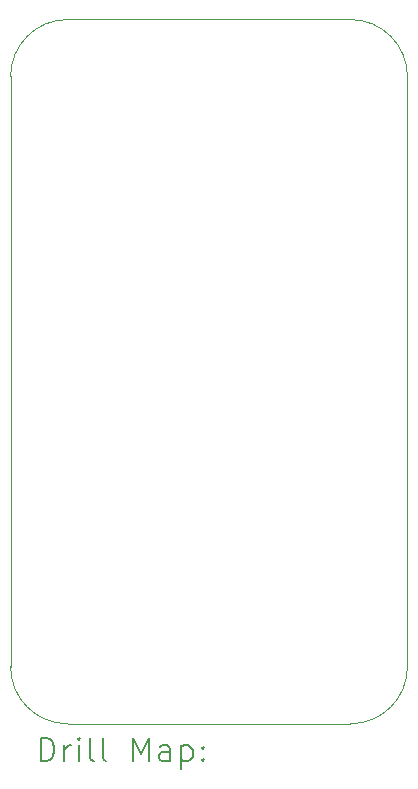
<source format=gbr>
%TF.GenerationSoftware,KiCad,Pcbnew,7.0.5-0*%
%TF.CreationDate,2023-07-31T21:43:23-04:00*%
%TF.ProjectId,carrier-arm14,63617272-6965-4722-9d61-726d31342e6b,rev?*%
%TF.SameCoordinates,Original*%
%TF.FileFunction,Drillmap*%
%TF.FilePolarity,Positive*%
%FSLAX45Y45*%
G04 Gerber Fmt 4.5, Leading zero omitted, Abs format (unit mm)*
G04 Created by KiCad (PCBNEW 7.0.5-0) date 2023-07-31 21:43:23*
%MOMM*%
%LPD*%
G01*
G04 APERTURE LIST*
%ADD10C,0.100000*%
%ADD11C,0.200000*%
G04 APERTURE END LIST*
D10*
X12742734Y-5299735D02*
X15137734Y-5299735D01*
X12260101Y-5782367D02*
X12260101Y-10780000D01*
X12742734Y-5299734D02*
G75*
G03*
X12260101Y-5782367I7J-482640D01*
G01*
X12260097Y-10780000D02*
G75*
G03*
X12742734Y-11262633I482633J0D01*
G01*
X15137734Y-11262636D02*
G75*
G03*
X15620366Y-10780000I-4J482636D01*
G01*
X15620366Y-10780000D02*
X15620366Y-5782367D01*
X12742734Y-11262633D02*
X15137734Y-11262633D01*
X15620365Y-5782367D02*
G75*
G03*
X15137734Y-5299735I-482635J-3D01*
G01*
D11*
X12515878Y-11579116D02*
X12515878Y-11379116D01*
X12515878Y-11379116D02*
X12563497Y-11379116D01*
X12563497Y-11379116D02*
X12592068Y-11388640D01*
X12592068Y-11388640D02*
X12611116Y-11407688D01*
X12611116Y-11407688D02*
X12620640Y-11426735D01*
X12620640Y-11426735D02*
X12630164Y-11464831D01*
X12630164Y-11464831D02*
X12630164Y-11493402D01*
X12630164Y-11493402D02*
X12620640Y-11531497D01*
X12620640Y-11531497D02*
X12611116Y-11550545D01*
X12611116Y-11550545D02*
X12592068Y-11569593D01*
X12592068Y-11569593D02*
X12563497Y-11579116D01*
X12563497Y-11579116D02*
X12515878Y-11579116D01*
X12715878Y-11579116D02*
X12715878Y-11445783D01*
X12715878Y-11483878D02*
X12725402Y-11464831D01*
X12725402Y-11464831D02*
X12734925Y-11455307D01*
X12734925Y-11455307D02*
X12753973Y-11445783D01*
X12753973Y-11445783D02*
X12773021Y-11445783D01*
X12839687Y-11579116D02*
X12839687Y-11445783D01*
X12839687Y-11379116D02*
X12830164Y-11388640D01*
X12830164Y-11388640D02*
X12839687Y-11398164D01*
X12839687Y-11398164D02*
X12849211Y-11388640D01*
X12849211Y-11388640D02*
X12839687Y-11379116D01*
X12839687Y-11379116D02*
X12839687Y-11398164D01*
X12963497Y-11579116D02*
X12944449Y-11569593D01*
X12944449Y-11569593D02*
X12934925Y-11550545D01*
X12934925Y-11550545D02*
X12934925Y-11379116D01*
X13068259Y-11579116D02*
X13049211Y-11569593D01*
X13049211Y-11569593D02*
X13039687Y-11550545D01*
X13039687Y-11550545D02*
X13039687Y-11379116D01*
X13296830Y-11579116D02*
X13296830Y-11379116D01*
X13296830Y-11379116D02*
X13363497Y-11521974D01*
X13363497Y-11521974D02*
X13430164Y-11379116D01*
X13430164Y-11379116D02*
X13430164Y-11579116D01*
X13611116Y-11579116D02*
X13611116Y-11474355D01*
X13611116Y-11474355D02*
X13601592Y-11455307D01*
X13601592Y-11455307D02*
X13582545Y-11445783D01*
X13582545Y-11445783D02*
X13544449Y-11445783D01*
X13544449Y-11445783D02*
X13525402Y-11455307D01*
X13611116Y-11569593D02*
X13592068Y-11579116D01*
X13592068Y-11579116D02*
X13544449Y-11579116D01*
X13544449Y-11579116D02*
X13525402Y-11569593D01*
X13525402Y-11569593D02*
X13515878Y-11550545D01*
X13515878Y-11550545D02*
X13515878Y-11531497D01*
X13515878Y-11531497D02*
X13525402Y-11512450D01*
X13525402Y-11512450D02*
X13544449Y-11502926D01*
X13544449Y-11502926D02*
X13592068Y-11502926D01*
X13592068Y-11502926D02*
X13611116Y-11493402D01*
X13706354Y-11445783D02*
X13706354Y-11645783D01*
X13706354Y-11455307D02*
X13725402Y-11445783D01*
X13725402Y-11445783D02*
X13763497Y-11445783D01*
X13763497Y-11445783D02*
X13782545Y-11455307D01*
X13782545Y-11455307D02*
X13792068Y-11464831D01*
X13792068Y-11464831D02*
X13801592Y-11483878D01*
X13801592Y-11483878D02*
X13801592Y-11541021D01*
X13801592Y-11541021D02*
X13792068Y-11560069D01*
X13792068Y-11560069D02*
X13782545Y-11569593D01*
X13782545Y-11569593D02*
X13763497Y-11579116D01*
X13763497Y-11579116D02*
X13725402Y-11579116D01*
X13725402Y-11579116D02*
X13706354Y-11569593D01*
X13887306Y-11560069D02*
X13896830Y-11569593D01*
X13896830Y-11569593D02*
X13887306Y-11579116D01*
X13887306Y-11579116D02*
X13877783Y-11569593D01*
X13877783Y-11569593D02*
X13887306Y-11560069D01*
X13887306Y-11560069D02*
X13887306Y-11579116D01*
X13887306Y-11455307D02*
X13896830Y-11464831D01*
X13896830Y-11464831D02*
X13887306Y-11474355D01*
X13887306Y-11474355D02*
X13877783Y-11464831D01*
X13877783Y-11464831D02*
X13887306Y-11455307D01*
X13887306Y-11455307D02*
X13887306Y-11474355D01*
M02*

</source>
